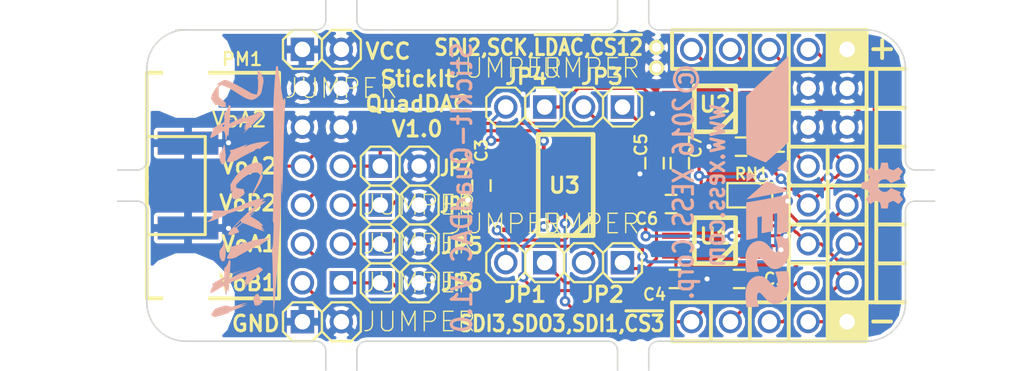
<source format=kicad_pcb>
(kicad_pcb (version 4) (host pcbnew "(2016-05-20 BZR 6816, Git 1e0a72d)-product")
  (title_block (title StickIt-QuadDAC) (date 2016-05-12) (rev 1.0) (company "XESS Corp.") (comment 1 "(c) 2016") (comment 2 OSHW) (comment 3 "CC BY 4.0"))
  (layers (0 F.Cu signal) (31 B.Cu signal) (34 B.Paste user hide) (35 F.Paste user hide) (36 B.SilkS user hide) (37 F.SilkS user) (38 B.Mask user hide) (39 F.Mask user hide) (44 Edge.Cuts user))
  (net 0 "")
  (net 1 GND)
  (net 2 VCC)
  (net 3 "Net-(C4-Pad1)")
  (net 4 "Net-(C5-Pad1)")
  (net 5 "Net-(C6-Pad1)")
  (net 6 "Net-(C7-Pad1)")
  (net 7 "Net-(JP3-Pad2)")
  (net 8 "Net-(JP4-Pad2)")
  (net 9 "Net-(JP7-Pad1)")
  (net 10 "Net-(JP8-Pad1)")
  (net 11 ~CS12)
  (net 12 ~LDAC)
  (net 13 SDI2)
  (net 14 SDI1)
  (net 15 ~CS3)
  (net 16 SDI3)
  (net 17 SCK)
  (net 18 SDO3)
  (net 19 "Net-(JP1-Pad2)")
  (net 20 "Net-(JP2-Pad2)")
  (net 21 "Net-(JP5-Pad1)")
  (net 22 "Net-(JP6-Pad1)")
  (net 23 /VoutB2)
  (net 24 /VoutB1)
  (net 25 /VoutA2)
  (net 26 /VoutA1)
  (module XESS:stitch-1.0 (layer F.Cu) (at 33.274 2.4765)
    (fp_text reference REF** hide)
    (fp_text value stitch-1.0 hide)
    (pad 1 thru_hole circle (at 0 0) (size 1 1) (drill 0.6) (layers *.Cu *.Mask F.SilkS) (net 2 VCC))
  )
  (module XESS:StickIt_Mounting_Hole (layer F.Cu) (at 2.54 17.78 180)
    (fp_text reference "" hide)
    (fp_text value "" hide)
    (pad "" np_thru_hole circle (at 0 0 180) (size 3 3) (drill 3) (layers *.Cu) (clearance 1.7))
  )
  (module XESS:StickIt_Mounting_Hole (layer F.Cu) (at 2.54 2.54 180)
    (fp_text reference "" hide)
    (fp_text value "" hide)
    (pad "" np_thru_hole circle (at 0 0 180) (size 3 3) (drill 3) (layers *.Cu) (clearance 1.7))
  )
  (module XESS:HDR_1x2 (layer F.Cu) (at 11.43 19.05)
    (fp_text reference JP9 hide)
    (fp_text value JUMPER hide)
    (pad 1 thru_hole rect (at -1.27 0) (size 1.524 1.524) (drill 1.016) (layers *.Cu *.Mask) (net 1 GND))
    (pad 2 thru_hole circle (at 1.27 0) (size 1.524 1.524) (drill 1.016) (layers *.Cu *.Mask) (net 1 GND))
  )
  (module "XESS Logos:oshw_logo_3mm" (layer B.Cu) (at 48.006 10.16 270)
    (fp_text reference A hide)
    (fp_text value B hide)
  )
  (module "XESS Logos:stickit_logo_16mm" (layer B.Cu) (at 6.477 10.541 270)
    (fp_text reference "" hide)
    (fp_text value "" hide)
  )
  (module "XESS Logos:xess_logo_16mm" (layer B.Cu) (at 40.513 9.906 270)
    (fp_text reference "" hide)
    (fp_text value "" hide)
  )
  (module XESS:STICKIT2_HDR (layer F.Cu) (at 44.45 10.16 180)
    (fp_text reference STK1 hide)
    (fp_text value STICKIT2_HDR hide)
    (pad D7 thru_hole circle (at 6.35 8.89 270) (size 1.4986 1.4986) (drill 1.016) (layers *.Cu *.Mask) (net 17 SCK))
    (pad D1 thru_hole circle (at 6.35 -8.89 270) (size 1.4986 1.4986) (drill 1.016) (layers *.Cu *.Mask) (net 18 SDO3))
    (pad D0 thru_hole circle (at 8.89 -8.89 180) (size 1.4986 1.4986) (drill 1.016) (layers *.Cu *.Mask) (net 16 SDI3))
    (pad D3 thru_hole circle (at 1.27 -8.89 270) (size 1.4986 1.4986) (drill 1.016) (layers *.Cu *.Mask) (net 15 ~CS3))
    (pad D2 thru_hole circle (at 3.81 -8.89 270) (size 1.4986 1.4986) (drill 1.016) (layers *.Cu *.Mask) (net 14 SDI1))
    (pad D5 thru_hole circle (at 1.27 8.89 270) (size 1.4986 1.4986) (drill 1.016) (layers *.Cu *.Mask) (net 11 ~CS12))
    (pad D6 thru_hole circle (at 8.89 8.89 270) (size 1.4986 1.4986) (drill 1.016) (layers *.Cu *.Mask) (net 13 SDI2))
    (pad D4 thru_hole circle (at 3.81 8.89 270) (size 1.4986 1.4986) (drill 1.016) (layers *.Cu *.Mask) (net 12 ~LDAC))
    (pad VCC thru_hole circle (at -1.27 8.89 270) (size 1.4986 1.4986) (drill 1.016) (layers *.Cu *.Mask) (net 2 VCC))
    (pad GND thru_hole circle (at -1.27 -8.89 270) (size 1.4986 1.4986) (drill 1.016) (layers *.Cu *.Mask) (net 1 GND))
    (pad D7 thru_hole circle (at -1.27 1.27 270) (size 1.4986 1.4986) (drill 1.016) (layers *.Cu *.Mask) (net 17 SCK))
    (pad D2 thru_hole circle (at 1.27 -3.81 270) (size 1.4986 1.4986) (drill 1.016) (layers *.Cu *.Mask) (net 14 SDI1))
    (pad D6 thru_hole circle (at 1.27 1.27 270) (size 1.4986 1.4986) (drill 1.016) (layers *.Cu *.Mask) (net 13 SDI2))
    (pad VCC thru_hole circle (at 1.27 6.35 270) (size 1.4986 1.4986) (drill 1.016) (layers *.Cu *.Mask) (net 2 VCC))
    (pad D3 thru_hole circle (at -1.27 -3.81 270) (size 1.4986 1.4986) (drill 1.016) (layers *.Cu *.Mask) (net 15 ~CS3))
    (pad VCC thru_hole circle (at -1.27 6.35 270) (size 1.4986 1.4986) (drill 1.016) (layers *.Cu *.Mask) (net 2 VCC))
    (pad D5 thru_hole circle (at -1.27 -1.27 270) (size 1.4986 1.4986) (drill 1.016) (layers *.Cu *.Mask) (net 11 ~CS12))
    (pad D0 thru_hole circle (at 1.27 -6.35 180) (size 1.4986 1.4986) (drill 1.016) (layers *.Cu *.Mask) (net 16 SDI3))
    (pad D4 thru_hole circle (at 1.27 -1.27 270) (size 1.4986 1.4986) (drill 1.016) (layers *.Cu *.Mask) (net 12 ~LDAC))
    (pad GND thru_hole circle (at 1.27 3.81 270) (size 1.4986 1.4986) (drill 1.016) (layers *.Cu *.Mask) (net 1 GND))
    (pad D1 thru_hole circle (at -1.27 -6.35 270) (size 1.4986 1.4986) (drill 1.016) (layers *.Cu *.Mask) (net 18 SDO3))
    (pad GND thru_hole circle (at -1.27 3.81 270) (size 1.4986 1.4986) (drill 1.016) (layers *.Cu *.Mask) (net 1 GND))
  )
  (module XESS:HDR_1x2 (layer F.Cu) (at 11.43 1.27)
    (fp_text reference JP10 hide)
    (fp_text value JUMPER (at 1.27 2.54) (layer F.SilkS) (effects (font (size 1.27 1.27) (thickness 0.0889))))
    (pad 1 thru_hole rect (at -1.27 0) (size 1.524 1.524) (drill 1.016) (layers *.Cu *.Mask) (net 2 VCC))
    (pad 2 thru_hole circle (at 1.27 0) (size 1.524 1.524) (drill 1.016) (layers *.Cu *.Mask) (net 2 VCC))
  )
  (module XESS:Array_Tab_2hole (layer F.Cu) (at 49.53 10.16 270)
    (fp_text reference Ref** hide)
    (fp_text value Val** hide)
    (fp_line (start -3.175 0) (end -1.651 0) (layer Edge.Cuts) (width 0.1))
    (fp_line (start 1.651 0) (end 3.175 0) (layer Edge.Cuts) (width 0.1))
    (fp_line (start -1.016 -0.635) (end -1.016 -1.905) (layer Edge.Cuts) (width 0.1))
    (fp_line (start 1.016 -0.635) (end 1.016 -1.905) (layer Edge.Cuts) (width 0.1))
    (fp_arc (start 1.651 -0.635) (end 1.651 0) (angle 90) (layer Edge.Cuts) (width 0.1))
    (fp_arc (start -1.651 -0.635) (end -1.016 -0.635) (angle 90) (layer Edge.Cuts) (width 0.1))
    (pad "" np_thru_hole circle (at -0.508 -0.381 270) (size 0.508 0.508) (drill 0.508) (layers *.Cu *.Mask F.SilkS) (clearance 0.254))
    (pad "" np_thru_hole circle (at 0.508 -0.381 270) (size 0.508 0.508) (drill 0.508) (layers *.Cu *.Mask F.SilkS) (clearance 0.254))
  )
  (module XESS:Array_Tab_2hole (layer F.Cu) (at 0 10.16 90)
    (fp_text reference Ref** hide)
    (fp_text value Val** hide)
    (fp_line (start -3.175 0) (end -1.651 0) (layer Edge.Cuts) (width 0.1))
    (fp_line (start 1.651 0) (end 3.175 0) (layer Edge.Cuts) (width 0.1))
    (fp_line (start -1.016 -0.635) (end -1.016 -1.905) (layer Edge.Cuts) (width 0.1))
    (fp_line (start 1.016 -0.635) (end 1.016 -1.905) (layer Edge.Cuts) (width 0.1))
    (fp_arc (start 1.651 -0.635) (end 1.651 0) (angle 90) (layer Edge.Cuts) (width 0.1))
    (fp_arc (start -1.651 -0.635) (end -1.016 -0.635) (angle 90) (layer Edge.Cuts) (width 0.1))
    (pad "" np_thru_hole circle (at -0.508 -0.381 90) (size 0.508 0.508) (drill 0.508) (layers *.Cu *.Mask F.SilkS) (clearance 0.254))
    (pad "" np_thru_hole circle (at 0.508 -0.381 90) (size 0.508 0.508) (drill 0.508) (layers *.Cu *.Mask F.SilkS) (clearance 0.254))
  )
  (module XESS:Array_Tab_2hole (layer F.Cu) (at 31.75 20.32 180)
    (fp_text reference Ref** hide)
    (fp_text value Val** hide)
    (fp_line (start -3.175 0) (end -1.651 0) (layer Edge.Cuts) (width 0.1))
    (fp_line (start 1.651 0) (end 3.175 0) (layer Edge.Cuts) (width 0.1))
    (fp_line (start -1.016 -0.635) (end -1.016 -1.905) (layer Edge.Cuts) (width 0.1))
    (fp_line (start 1.016 -0.635) (end 1.016 -1.905) (layer Edge.Cuts) (width 0.1))
    (fp_arc (start 1.651 -0.635) (end 1.651 0) (angle 90) (layer Edge.Cuts) (width 0.1))
    (fp_arc (start -1.651 -0.635) (end -1.016 -0.635) (angle 90) (layer Edge.Cuts) (width 0.1))
    (pad "" np_thru_hole circle (at -0.508 -0.381 180) (size 0.508 0.508) (drill 0.508) (layers *.Cu *.Mask F.SilkS) (clearance 0.254))
    (pad "" np_thru_hole circle (at 0.508 -0.381 180) (size 0.508 0.508) (drill 0.508) (layers *.Cu *.Mask F.SilkS) (clearance 0.254))
  )
  (module XESS:Array_Tab_2hole (layer F.Cu) (at 12.7 20.32 180)
    (fp_text reference Ref** hide)
    (fp_text value Val** hide)
    (fp_line (start -3.175 0) (end -1.651 0) (layer Edge.Cuts) (width 0.1))
    (fp_line (start 1.651 0) (end 3.175 0) (layer Edge.Cuts) (width 0.1))
    (fp_line (start -1.016 -0.635) (end -1.016 -1.905) (layer Edge.Cuts) (width 0.1))
    (fp_line (start 1.016 -0.635) (end 1.016 -1.905) (layer Edge.Cuts) (width 0.1))
    (fp_arc (start 1.651 -0.635) (end 1.651 0) (angle 90) (layer Edge.Cuts) (width 0.1))
    (fp_arc (start -1.651 -0.635) (end -1.016 -0.635) (angle 90) (layer Edge.Cuts) (width 0.1))
    (pad "" np_thru_hole circle (at -0.508 -0.381 180) (size 0.508 0.508) (drill 0.508) (layers *.Cu *.Mask F.SilkS) (clearance 0.254))
    (pad "" np_thru_hole circle (at 0.508 -0.381 180) (size 0.508 0.508) (drill 0.508) (layers *.Cu *.Mask F.SilkS) (clearance 0.254))
  )
  (module XESS:Array_Tab_2hole (layer F.Cu) (at 31.75 0)
    (fp_text reference Ref** hide)
    (fp_text value Val** hide)
    (fp_line (start -3.175 0) (end -1.651 0) (layer Edge.Cuts) (width 0.1))
    (fp_line (start 1.651 0) (end 3.175 0) (layer Edge.Cuts) (width 0.1))
    (fp_line (start -1.016 -0.635) (end -1.016 -1.905) (layer Edge.Cuts) (width 0.1))
    (fp_line (start 1.016 -0.635) (end 1.016 -1.905) (layer Edge.Cuts) (width 0.1))
    (fp_arc (start 1.651 -0.635) (end 1.651 0) (angle 90) (layer Edge.Cuts) (width 0.1))
    (fp_arc (start -1.651 -0.635) (end -1.016 -0.635) (angle 90) (layer Edge.Cuts) (width 0.1))
    (pad "" np_thru_hole circle (at -0.508 -0.381) (size 0.508 0.508) (drill 0.508) (layers *.Cu *.Mask F.SilkS) (clearance 0.254))
    (pad "" np_thru_hole circle (at 0.508 -0.381) (size 0.508 0.508) (drill 0.508) (layers *.Cu *.Mask F.SilkS) (clearance 0.254))
  )
  (module XESS:Array_Tab_2hole (layer F.Cu) (at 12.7 0)
    (fp_text reference Ref** hide)
    (fp_text value Val** hide)
    (fp_line (start -3.175 0) (end -1.651 0) (layer Edge.Cuts) (width 0.1))
    (fp_line (start 1.651 0) (end 3.175 0) (layer Edge.Cuts) (width 0.1))
    (fp_line (start -1.016 -0.635) (end -1.016 -1.905) (layer Edge.Cuts) (width 0.1))
    (fp_line (start 1.016 -0.635) (end 1.016 -1.905) (layer Edge.Cuts) (width 0.1))
    (fp_arc (start 1.651 -0.635) (end 1.651 0) (angle 90) (layer Edge.Cuts) (width 0.1))
    (fp_arc (start -1.651 -0.635) (end -1.016 -0.635) (angle 90) (layer Edge.Cuts) (width 0.1))
    (pad "" np_thru_hole circle (at -0.508 -0.381) (size 0.508 0.508) (drill 0.508) (layers *.Cu *.Mask F.SilkS) (clearance 0.254))
    (pad "" np_thru_hole circle (at 0.508 -0.381) (size 0.508 0.508) (drill 0.508) (layers *.Cu *.Mask F.SilkS) (clearance 0.254))
  )
  (module Capacitors_SMD:C_0603_HandSoldering (layer F.Cu) (at 38.674 16.256 180)
    (fp_text reference C1 (at -2.347 0 180) (layer F.SilkS) (effects (font (size 0.762 0.762))))
    (fp_text value C)
    (pad 1 smd rect (at -0.95 0 180) (size 1.2 0.75) (layers F.Cu F.Paste F.Mask) (net 2 VCC))
    (pad 2 smd rect (at 0.95 0 180) (size 1.2 0.75) (layers F.Cu F.Paste F.Mask) (net 1 GND))
  )
  (module Capacitors_SMD:C_0603_HandSoldering (layer F.Cu) (at 38.796 7.62 180)
    (fp_text reference C2 (at -2.225 0 180) (layer F.SilkS) (effects (font (size 0.7366 0.7366))))
    (fp_text value C)
    (pad 1 smd rect (at -0.95 0 180) (size 1.2 0.75) (layers F.Cu F.Paste F.Mask) (net 2 VCC))
    (pad 2 smd rect (at 0.95 0 180) (size 1.2 0.75) (layers F.Cu F.Paste F.Mask) (net 1 GND))
  )
  (module Capacitors_SMD:C_0603_HandSoldering (layer F.Cu) (at 21.844 10.16 270)
    (fp_text reference C3 (at -2.286 0 270) (layer F.SilkS) (effects (font (size 0.762 0.762))))
    (fp_text value C)
    (pad 1 smd rect (at -0.95 0 270) (size 1.2 0.75) (layers F.Cu F.Paste F.Mask) (net 2 VCC))
    (pad 2 smd rect (at 0.95 0 270) (size 1.2 0.75) (layers F.Cu F.Paste F.Mask) (net 1 GND))
  )
  (module Capacitors_SMD:C_0603_HandSoldering (layer F.Cu) (at 34.4805 16.256)
    (fp_text reference C4 (at -1.3335 1.016) (layer F.SilkS) (effects (font (size 0.762 0.762))))
    (fp_text value C)
    (pad 1 smd rect (at -0.95 0) (size 1.2 0.75) (layers F.Cu F.Paste F.Mask) (net 3 "Net-(C4-Pad1)"))
    (pad 2 smd rect (at 0.95 0) (size 1.2 0.75) (layers F.Cu F.Paste F.Mask) (net 1 GND))
  )
  (module Capacitors_SMD:C_0603_HandSoldering (layer F.Cu) (at 33.147 8.6995 270)
    (fp_text reference C5 (at -1.2065 0.889 270) (layer F.SilkS) (effects (font (size 0.762 0.762))))
    (fp_text value C)
    (pad 1 smd rect (at -0.95 0 270) (size 1.2 0.75) (layers F.Cu F.Paste F.Mask) (net 4 "Net-(C5-Pad1)"))
    (pad 2 smd rect (at 0.95 0 270) (size 1.2 0.75) (layers F.Cu F.Paste F.Mask) (net 1 GND))
  )
  (module Capacitors_SMD:C_0603_HandSoldering (layer F.Cu) (at 34.2265 11.3665)
    (fp_text reference C6 (at -1.5875 0.9525) (layer F.SilkS) (effects (font (size 0.762 0.762))))
    (fp_text value C)
    (pad 1 smd rect (at -0.95 0) (size 1.2 0.75) (layers F.Cu F.Paste F.Mask) (net 5 "Net-(C6-Pad1)"))
    (pad 2 smd rect (at 0.95 0) (size 1.2 0.75) (layers F.Cu F.Paste F.Mask) (net 1 GND))
  )
  (module Capacitors_SMD:C_0603_HandSoldering (layer F.Cu) (at 34.798 8.697 270)
    (fp_text reference C7 (at -1.077 -1.016 270) (layer F.SilkS) (effects (font (size 0.762 0.762))))
    (fp_text value C)
    (pad 1 smd rect (at -0.95 0 270) (size 1.2 0.75) (layers F.Cu F.Paste F.Mask) (net 6 "Net-(C7-Pad1)"))
    (pad 2 smd rect (at 0.95 0 270) (size 1.2 0.75) (layers F.Cu F.Paste F.Mask) (net 1 GND))
  )
  (module XESS:HDR_1x2 (layer F.Cu) (at 24.703524 15.193366 180)
    (fp_text reference JP1 (at 0 -2.078634 180) (layer F.SilkS) (effects (font (thickness 0.203))))
    (fp_text value JUMPER (at 1.27 2.54 180) (layer F.SilkS) (effects (font (size 1.27 1.27) (thickness 0.0889))))
    (pad 1 thru_hole rect (at -1.27 0 180) (size 1.524 1.524) (drill 1.016) (layers *.Cu *.Mask) (net 3 "Net-(C4-Pad1)"))
    (pad 2 thru_hole circle (at 1.27 0 180) (size 1.524 1.524) (drill 1.016) (layers *.Cu *.Mask) (net 19 "Net-(JP1-Pad2)"))
  )
  (module XESS:HDR_1x2 (layer F.Cu) (at 29.783524 15.193366 180)
    (fp_text reference JP2 (at 0 -2.078634 180) (layer F.SilkS) (effects (font (thickness 0.203))))
    (fp_text value JUMPER (at 1.27 2.54 180) (layer F.SilkS) (effects (font (size 1.27 1.27) (thickness 0.0889))))
    (pad 1 thru_hole rect (at -1.27 0 180) (size 1.524 1.524) (drill 1.016) (layers *.Cu *.Mask) (net 5 "Net-(C6-Pad1)"))
    (pad 2 thru_hole circle (at 1.27 0 180) (size 1.524 1.524) (drill 1.016) (layers *.Cu *.Mask) (net 20 "Net-(JP2-Pad2)"))
  )
  (module XESS:HDR_1x2 (layer F.Cu) (at 29.783524 5.033366 180)
    (fp_text reference JP3 (at 0.065524 1.985366 180) (layer F.SilkS) (effects (font (thickness 0.203))))
    (fp_text value JUMPER (at 1.27 2.54 180) (layer F.SilkS) (effects (font (size 1.27 1.27) (thickness 0.0889))))
    (pad 1 thru_hole rect (at -1.27 0 180) (size 1.524 1.524) (drill 1.016) (layers *.Cu *.Mask) (net 4 "Net-(C5-Pad1)"))
    (pad 2 thru_hole circle (at 1.27 0 180) (size 1.524 1.524) (drill 1.016) (layers *.Cu *.Mask) (net 7 "Net-(JP3-Pad2)"))
  )
  (module XESS:HDR_1x2 (layer F.Cu) (at 24.703524 5.033366 180)
    (fp_text reference JP4 (at -0.061476 1.985366 180) (layer F.SilkS) (effects (font (thickness 0.203))))
    (fp_text value JUMPER (at 1.27 2.54 180) (layer F.SilkS) (effects (font (size 1.27 1.27) (thickness 0.0889))))
    (pad 1 thru_hole rect (at -1.27 0 180) (size 1.524 1.524) (drill 1.016) (layers *.Cu *.Mask) (net 6 "Net-(C7-Pad1)"))
    (pad 2 thru_hole circle (at 1.27 0 180) (size 1.524 1.524) (drill 1.016) (layers *.Cu *.Mask) (net 8 "Net-(JP4-Pad2)"))
  )
  (module XESS:HDR_1x2 (layer F.Cu) (at 16.51 13.97)
    (fp_text reference JP5 (at 4.064 0.127) (layer F.SilkS) (effects (font (thickness 0.203))))
    (fp_text value JUMPER (at 1.27 2.54) (layer F.SilkS) (effects (font (size 1.27 1.27) (thickness 0.0889))))
    (pad 1 thru_hole rect (at -1.27 0) (size 1.524 1.524) (drill 1.016) (layers *.Cu *.Mask) (net 21 "Net-(JP5-Pad1)"))
    (pad 2 thru_hole circle (at 1.27 0) (size 1.524 1.524) (drill 1.016) (layers *.Cu *.Mask) (net 1 GND))
  )
  (module XESS:HDR_1x2 (layer F.Cu) (at 16.51 16.51)
    (fp_text reference JP6 (at 4.064 0) (layer F.SilkS) (effects (font (thickness 0.203))))
    (fp_text value JUMPER (at 1.27 2.54) (layer F.SilkS) (effects (font (size 1.27 1.27) (thickness 0.0889))))
    (pad 1 thru_hole rect (at -1.27 0) (size 1.524 1.524) (drill 1.016) (layers *.Cu *.Mask) (net 22 "Net-(JP6-Pad1)"))
    (pad 2 thru_hole circle (at 1.27 0) (size 1.524 1.524) (drill 1.016) (layers *.Cu *.Mask) (net 1 GND))
  )
  (module XESS:HDR_1x2 (layer F.Cu) (at 16.51 8.89)
    (fp_text reference JP7 (at 3.683 0.127) (layer F.SilkS) (effects (font (size 1 0.762) (thickness 0.1905))))
    (fp_text value JUMPER (at 1.27 2.54) (layer F.SilkS) (effects (font (size 1.27 1.27) (thickness 0.0889))))
    (pad 1 thru_hole rect (at -1.27 0) (size 1.524 1.524) (drill 1.016) (layers *.Cu *.Mask) (net 9 "Net-(JP7-Pad1)"))
    (pad 2 thru_hole circle (at 1.27 0) (size 1.524 1.524) (drill 1.016) (layers *.Cu *.Mask) (net 1 GND))
  )
  (module XESS:HDR_1x2 (layer F.Cu) (at 16.51 11.43)
    (fp_text reference JP8 (at 3.683 0) (layer F.SilkS) (effects (font (size 0.9906 0.762) (thickness 0.1905))))
    (fp_text value JUMPER (at 1.27 2.54) (layer F.SilkS) (effects (font (size 1.27 1.27) (thickness 0.0889))))
    (pad 1 thru_hole rect (at -1.27 0) (size 1.524 1.524) (drill 1.016) (layers *.Cu *.Mask) (net 10 "Net-(JP8-Pad1)"))
    (pad 2 thru_hole circle (at 1.27 0) (size 1.524 1.524) (drill 1.016) (layers *.Cu *.Mask) (net 1 GND))
  )
  (module XESS:xess-MICROCHIP-8_MSOP (layer F.Cu) (at 39.14394 14.732 180)
    (fp_text reference U1 (at 2.04216 1.27 180) (layer F.SilkS) (effects (font (thickness 0.203))))
    (fp_text value MCP48X2 hide)
    (pad 1 smd rect (at -0.49784 0 180) (size 1.79832 0.39878) (layers F.Cu F.Paste F.Mask) (net 2 VCC))
    (pad 2 smd rect (at -0.49784 0.6477 180) (size 1.79832 0.39878) (layers F.Cu F.Paste F.Mask) (net 11 ~CS12))
    (pad 3 smd rect (at -0.49784 1.29794 180) (size 1.79832 0.39878) (layers F.Cu F.Paste F.Mask) (net 17 SCK))
    (pad 4 smd rect (at -0.49784 1.94818 180) (size 1.79832 0.39878) (layers F.Cu F.Paste F.Mask) (net 14 SDI1))
    (pad 5 smd rect (at 4.59994 1.94818 180) (size 1.79832 0.39878) (layers F.Cu F.Paste F.Mask) (net 12 ~LDAC))
    (pad 6 smd rect (at 4.59994 1.29794 180) (size 1.79832 0.39878) (layers F.Cu F.Paste F.Mask) (net 5 "Net-(C6-Pad1)"))
    (pad 7 smd rect (at 4.59994 0.6477 180) (size 1.79832 0.39878) (layers F.Cu F.Paste F.Mask) (net 1 GND))
    (pad 8 smd rect (at 4.59994 0 180) (size 1.79832 0.39878) (layers F.Cu F.Paste F.Mask) (net 3 "Net-(C4-Pad1)"))
  )
  (module XESS:CTS_742C043 (layer F.Cu) (at 39.37 10.795 270)
    (fp_text reference RN1 (at -1.397 -0.127) (layer F.SilkS) (effects (font (size 0.7366 0.7366) (thickness 0.1524))))
    (fp_text value 4K7 hide)
    (pad 1 smd rect (at -0.4 0.85 270) (size 0.45 0.9) (layers F.Cu F.Paste F.Mask) (net 2 VCC))
    (pad 2 smd rect (at 0.4 0.85 270) (size 0.45 0.9) (layers F.Cu F.Paste F.Mask) (net 2 VCC))
    (pad 3 smd rect (at 0.4 -0.85 270) (size 0.45 0.9) (layers F.Cu F.Paste F.Mask) (net 11 ~CS12))
    (pad 4 smd rect (at -0.4 -0.85 270) (size 0.45 0.9) (layers F.Cu F.Paste F.Mask) (net 12 ~LDAC))
  )
  (module XESS:stitch-1.0 (layer F.Cu) (at 33.274 1.143)
    (fp_text reference REF** hide)
    (fp_text value stitch-1.0 hide)
    (pad 1 thru_hole circle (at 0 0) (size 1 1) (drill 0.6) (layers *.Cu *.Mask F.SilkS) (net 2 VCC))
  )
  (module XESS:xess-MICROCHIP-8_MSOP (layer F.Cu) (at 39.14394 6.12394 180)
    (fp_text reference U2 (at 2.04216 1.27 180) (layer F.SilkS) (effects (font (thickness 0.203))))
    (fp_text value MCP48X2 hide)
    (pad 1 smd rect (at -0.49784 0 180) (size 1.79832 0.39878) (layers F.Cu F.Paste F.Mask) (net 2 VCC))
    (pad 2 smd rect (at -0.49784 0.6477 180) (size 1.79832 0.39878) (layers F.Cu F.Paste F.Mask) (net 11 ~CS12))
    (pad 3 smd rect (at -0.49784 1.29794 180) (size 1.79832 0.39878) (layers F.Cu F.Paste F.Mask) (net 17 SCK))
    (pad 4 smd rect (at -0.49784 1.94818 180) (size 1.79832 0.39878) (layers F.Cu F.Paste F.Mask) (net 13 SDI2))
    (pad 5 smd rect (at 4.59994 1.94818 180) (size 1.79832 0.39878) (layers F.Cu F.Paste F.Mask) (net 12 ~LDAC))
    (pad 6 smd rect (at 4.59994 1.29794 180) (size 1.79832 0.39878) (layers F.Cu F.Paste F.Mask) (net 6 "Net-(C7-Pad1)"))
    (pad 7 smd rect (at 4.59994 0.6477 180) (size 1.79832 0.39878) (layers F.Cu F.Paste F.Mask) (net 1 GND))
    (pad 8 smd rect (at 4.59994 0 180) (size 1.79832 0.39878) (layers F.Cu F.Paste F.Mask) (net 4 "Net-(C5-Pad1)"))
  )
  (module XESS:xess-MICROCHIP-20_TSSOP (layer F.Cu) (at 30.169604 13.047066 180)
    (fp_text reference U3 (at 2.9 2.9) (layer F.SilkS) (effects (font (thickness 0.203))))
    (fp_text value MCP43X1 hide)
    (pad 1 smd rect (at -0.32258 0 180) (size 2.09804 0.29972) (layers F.Cu F.Paste F.Mask) (net 20 "Net-(JP2-Pad2)"))
    (pad 2 smd rect (at -0.32258 0.6477 180) (size 2.09804 0.29972) (layers F.Cu F.Paste F.Mask) (net 24 /VoutB1))
    (pad 3 smd rect (at -0.32258 1.29794 180) (size 2.09804 0.29972) (layers F.Cu F.Paste F.Mask) (net 22 "Net-(JP6-Pad1)"))
    (pad 4 smd rect (at -0.32258 1.94818 180) (size 2.09804 0.29972) (layers F.Cu F.Paste F.Mask) (net 15 ~CS3))
    (pad 5 smd rect (at -0.32258 2.59842 180) (size 2.09804 0.29972) (layers F.Cu F.Paste F.Mask) (net 17 SCK))
    (pad 6 smd rect (at -0.32258 3.24866 180) (size 2.09804 0.29972) (layers F.Cu F.Paste F.Mask) (net 16 SDI3))
    (pad 7 smd rect (at -0.32258 3.8989 180) (size 2.09804 0.29972) (layers F.Cu F.Paste F.Mask) (net 1 GND))
    (pad 8 smd rect (at -0.32258 4.54914 180) (size 2.09804 0.29972) (layers F.Cu F.Paste F.Mask) (net 9 "Net-(JP7-Pad1)"))
    (pad 9 smd rect (at -0.32258 5.19938 180) (size 2.09804 0.29972) (layers F.Cu F.Paste F.Mask) (net 25 /VoutA2))
    (pad 10 smd rect (at -0.32258 5.84962 180) (size 2.09804 0.29972) (layers F.Cu F.Paste F.Mask) (net 7 "Net-(JP3-Pad2)"))
    (pad 11 smd rect (at 5.97408 5.84962 180) (size 2.09804 0.29972) (layers F.Cu F.Paste F.Mask) (net 8 "Net-(JP4-Pad2)"))
    (pad 12 smd rect (at 5.97408 5.19938 180) (size 2.09804 0.29972) (layers F.Cu F.Paste F.Mask) (net 23 /VoutB2))
    (pad 13 smd rect (at 5.97408 4.54914 180) (size 2.09804 0.29972) (layers F.Cu F.Paste F.Mask) (net 10 "Net-(JP8-Pad1)"))
    (pad 14 smd rect (at 5.97408 3.8989 180) (size 2.09804 0.29972) (layers F.Cu F.Paste F.Mask) (net 2 VCC))
    (pad 15 smd rect (at 5.97408 3.24866 180) (size 2.09804 0.29972) (layers F.Cu F.Paste F.Mask) (net 2 VCC))
    (pad 16 smd rect (at 5.97408 2.59842 180) (size 2.09804 0.29972) (layers F.Cu F.Paste F.Mask) (net 18 SDO3))
    (pad 17 smd rect (at 5.97408 1.94818 180) (size 2.09804 0.29972) (layers F.Cu F.Paste F.Mask) (net 2 VCC))
    (pad 18 smd rect (at 5.97408 1.29794 180) (size 2.09804 0.29972) (layers F.Cu F.Paste F.Mask) (net 21 "Net-(JP5-Pad1)"))
    (pad 19 smd rect (at 5.97408 0.6477 180) (size 2.09804 0.29972) (layers F.Cu F.Paste F.Mask) (net 26 /VoutA1))
    (pad 20 smd rect (at 5.97408 0 180) (size 2.09804 0.29972) (layers F.Cu F.Paste F.Mask) (net 19 "Net-(JP1-Pad2)"))
  )
  (module XESS:PMOD_SCKT-12 (layer F.Cu) (at 11.43 10.16 180)
    (fp_text reference PM1 (at 5.207 8.255 180) (layer F.SilkS) (effects (font (size 0.85 0.85))))
    (fp_text value PMOD_SCKT-12 hide)
    (pad 9 thru_hole circle (at 1.27 -1.27 90) (size 1.524 1.524) (drill 1.016) (layers *.Cu *.Mask) (net 23 /VoutB2))
    (pad 1 thru_hole rect (at -1.27 -6.35 180) (size 1.524 1.524) (drill 1.016) (layers *.Cu *.Mask) (net 22 "Net-(JP6-Pad1)"))
    (pad 3 thru_hole circle (at -1.27 -1.27 90) (size 1.524 1.524) (drill 1.016) (layers *.Cu *.Mask) (net 10 "Net-(JP8-Pad1)"))
    (pad 5 thru_hole circle (at -1.27 3.81 90) (size 1.524 1.524) (drill 1.016) (layers *.Cu *.Mask) (net 1 GND))
    (pad 7 thru_hole circle (at 1.27 -6.35 90) (size 1.524 1.524) (drill 1.016) (layers *.Cu *.Mask) (net 24 /VoutB1))
    (pad 11 thru_hole circle (at 1.27 3.81 90) (size 1.524 1.524) (drill 1.016) (layers *.Cu *.Mask) (net 1 GND))
    (pad 10 thru_hole circle (at 1.27 1.27 90) (size 1.524 1.524) (drill 1.016) (layers *.Cu *.Mask) (net 25 /VoutA2))
    (pad 2 thru_hole circle (at -1.27 -3.81 90) (size 1.524 1.524) (drill 1.016) (layers *.Cu *.Mask) (net 21 "Net-(JP5-Pad1)"))
    (pad 4 thru_hole circle (at -1.27 1.27 90) (size 1.524 1.524) (drill 1.016) (layers *.Cu *.Mask) (net 9 "Net-(JP7-Pad1)"))
    (pad 6 thru_hole circle (at -1.27 6.35 90) (size 1.524 1.524) (drill 1.016) (layers *.Cu *.Mask) (net 2 VCC))
    (pad 8 thru_hole circle (at 1.27 -3.81 90) (size 1.524 1.524) (drill 1.016) (layers *.Cu *.Mask) (net 26 /VoutA1))
    (pad 12 thru_hole circle (at 1.27 6.35 90) (size 1.524 1.524) (drill 1.016) (layers *.Cu *.Mask) (net 2 VCC))
  )
  (module XESS:SMA_EDGE_AMP_132322 (layer F.Cu) (at 0.015 10.16 90)
    (fp_text reference VoA2 (at 4.318 6.0175 180) (layer F.SilkS))
    (fp_text value COAX_CONN)
    (pad CNTR smd rect (at 0 2.525 90) (size 1.5 4.25) (layers F.Cu F.Paste F.Mask) (net 25 /VoutA2))
    (pad SHLD smd rect (at 2.77 2.675 90) (size 1.5 3.95) (layers B.Cu B.Paste B.Mask) (net 1 GND))
    (pad SHLD smd rect (at 2.77 2.675 90) (size 1.5 3.95) (layers F.Cu F.Paste F.Mask) (net 1 GND))
    (pad SHLD smd rect (at -2.77 2.675 90) (size 1.5 3.95) (layers F.Cu F.Paste F.Mask) (net 1 GND))
    (pad SHLD smd rect (at -2.77 2.675 90) (size 1.5 3.95) (layers B.Cu B.Paste B.Mask) (net 1 GND))
  )
  (gr_text VoB1 (at 6.604 16.51) (layer F.SilkS) (effects (font (size 1 1) (thickness 0.203))))
  (gr_text VoA1 (at 6.6675 13.97) (layer F.SilkS) (effects (font (size 1 1) (thickness 0.203))))
  (gr_text VoB2 (at 6.604 11.303) (layer F.SilkS) (effects (font (size 1 1) (thickness 0.203))))
  (gr_text VoA2 (at 6.6675 8.89) (layer F.SilkS) (effects (font (size 1 1) (thickness 0.2))))
  (gr_text "c 2016 XESS Corp.\nwww.xess.com" (at 36.068 10.16 90) (layer B.SilkS) (effects (font (size 1.27 1.016) (thickness 0.2032)) (justify mirror)))
  (gr_text VCC (at 15.748 1.397) (layer F.SilkS) (effects (font (size 1.016 1.016) (thickness 0.2032))))
  (gr_line (start 0 6.985) (end 0 2.54) (angle 90) (layer Edge.Cuts) (width 0.1))
  (gr_line (start 9.525 20.32) (end 2.54 20.32) (angle 90) (layer Edge.Cuts) (width 0.1))
  (gr_line (start 28.575 20.32) (end 15.875 20.32) (angle 90) (layer Edge.Cuts) (width 0.1))
  (gr_line (start 49.53 13.335) (end 49.53 17.78) (angle 90) (layer Edge.Cuts) (width 0.1))
  (gr_line (start 34.925 0) (end 46.99 0) (angle 90) (layer Edge.Cuts) (width 0.1))
  (gr_line (start 15.875 0) (end 28.575 0) (angle 90) (layer Edge.Cuts) (width 0.1))
  (gr_line (start 41.91 15.24) (end 46.99 15.24) (angle 90) (layer F.SilkS) (width 0.254))
  (gr_line (start 41.91 12.7) (end 46.99 12.7) (angle 90) (layer F.SilkS) (width 0.254))
  (gr_line (start 41.91 10.16) (end 46.99 10.16) (angle 90) (layer F.SilkS) (width 0.254))
  (gr_line (start 41.91 7.62) (end 46.99 7.62) (angle 90) (layer F.SilkS) (width 0.254))
  (gr_line (start 41.91 5.08) (end 46.99 5.08) (angle 90) (layer F.SilkS) (width 0.254))
  (gr_line (start 46.99 2.54) (end 46.99 17.78) (angle 90) (layer F.SilkS) (width 0.254))
  (gr_line (start 44.45 0) (end 44.45 2.54) (angle 90) (layer F.SilkS) (width 0.254))
  (gr_line (start 41.91 0) (end 41.91 2.54) (angle 90) (layer F.SilkS) (width 0.254))
  (gr_line (start 39.37 0) (end 39.37 2.54) (angle 90) (layer F.SilkS) (width 0.254))
  (gr_line (start 36.83 0) (end 36.83 2.54) (angle 90) (layer F.SilkS) (width 0.254))
  (gr_line (start 44.45 17.78) (end 44.45 20.32) (angle 90) (layer F.SilkS) (width 0.254))
  (gr_line (start 41.91 17.78) (end 41.91 20.32) (angle 90) (layer F.SilkS) (width 0.254))
  (gr_line (start 39.37 17.78) (end 39.37 20.32) (angle 90) (layer F.SilkS) (width 0.254))
  (gr_line (start 36.83 17.78) (end 36.83 20.32) (angle 90) (layer F.SilkS) (width 0.254))
  (gr_line (start 44.45 7.62) (end 44.45 17.78) (angle 90) (layer F.SilkS) (width 0.254))
  (gr_text SDI3,SDO3,SDI1,~CS3~ (at 33.909 19.177) (layer F.SilkS) (effects (font (size 1.016 0.889) (thickness 0.2032)) (justify right)))
  (gr_text SDI2,SCK,~LDAC~,~CS12~ (at 32.512 1.143) (layer F.SilkS) (effects (font (size 1.016 0.889) (thickness 0.2032)) (justify right)))
  (gr_text - (at 48.006 18.923) (layer F.SilkS) (effects (font (thickness 0.254))))
  (gr_text + (at 48.006 1.143) (layer F.SilkS) (effects (font (thickness 0.254))))
  (gr_text GND (at 7.112 19.177) (layer F.SilkS) (effects (font (size 1.016 1.016) (thickness 0.2032))))
  (gr_text "StickIt-QuadDAC V1.0" (at 20.574 10.287 90) (layer B.SilkS) (effects (font (size 1.27 1.143) (thickness 0.2032)) (justify mirror)))
  (gr_circle (center 35.2044 3.228767) (end 35.941 3.02768) (layer B.SilkS) (width 0.2))
  (gr_text "StickIt\nQuadDAC\nV1.0" (at 17.653 4.826) (layer F.SilkS) (effects (font (size 1.016 1.016) (thickness 0.2032))))
  (gr_line (start 49.53 2.54) (end 49.53 6.985) (angle 90) (layer Edge.Cuts) (width 0.1))
  (gr_line (start 1.905 0) (end 9.525 0) (angle 90) (layer Edge.Cuts) (width 0.1))
  (gr_line (start 0 17.78) (end 0 12.7) (angle 90) (layer Edge.Cuts) (width 0.1))
  (gr_line (start 46.99 20.32) (end 34.925 20.32) (angle 90) (layer Edge.Cuts) (width 0.1))
  (gr_arc (start 2.54 17.78) (end 2.54 20.32) (angle 90) (layer Edge.Cuts) (width 0.1))
  (gr_arc (start 2.54 2.54) (end 0 2.54) (angle 90) (layer Edge.Cuts) (width 0.1))
  (gr_arc (start 46.99 2.54) (end 46.99 0) (angle 90) (layer Edge.Cuts) (width 0.1))
  (gr_arc (start 46.99 17.78) (end 49.53 17.78) (angle 90) (layer Edge.Cuts) (width 0.1))
  (segment (start 5.334 12.954) (end 2.714 12.954) (width 0.2032) (layer F.Cu) (net 1))
  (segment (start 2.714 12.954) (end 2.69 12.93) (width 0.2032) (layer F.Cu) (net 1))
  (segment (start 2.69 12.93) (end 5.31 12.93) (width 0.2032) (layer B.Cu) (net 1))
  (segment (start 5.31 12.93) (end 5.334 12.954) (width 0.2032) (layer B.Cu) (net 1))
  (via (at 5.334 12.954) (size 0.6858) (drill 0.3302) (layers F.Cu B.Cu) (net 1))
  (segment (start 5.334 7.366) (end 4.849067 7.366) (width 0.2032) (layer B.Cu) (net 1))
  (segment (start 4.849067 7.366) (end 4.825067 7.39) (width 0.2032) (layer B.Cu) (net 1))
  (segment (start 4.825067 7.39) (end 2.69 7.39) (width 0.2032) (layer B.Cu) (net 1))
  (segment (start 2.69 7.39) (end 5.31 7.39) (width 0.2032) (layer F.Cu) (net 1))
  (segment (start 5.31 7.39) (end 5.334 7.366) (width 0.2032) (layer F.Cu) (net 1))
  (via (at 5.334 7.366) (size 0.6858) (drill 0.3302) (layers F.Cu B.Cu) (net 1))
  (segment (start 21.844 11.11) (end 20.9575 11.11) (width 0.2032) (layer F.Cu) (net 1))
  (via (at 20.955 11.1125) (size 0.6858) (drill 0.3302) (layers F.Cu B.Cu) (net 1))
  (segment (start 20.9575 11.11) (end 20.955 11.1125) (width 0.2032) (layer F.Cu) (net 1))
  (segment (start 32.1945 9.398) (end 32.446 9.6495) (width 0.2032) (layer F.Cu) (net 1))
  (segment (start 31.944666 9.148166) (end 32.1945 9.398) (width 0.2032) (layer F.Cu) (net 1))
  (via (at 32.1945 9.398) (size 0.6858) (drill 0.3302) (layers F.Cu B.Cu) (net 1))
  (segment (start 35.91558 14.0843) (end 35.941 14.10972) (width 0.2032) (layer F.Cu) (net 1))
  (segment (start 34.544 14.0843) (end 35.91558 14.0843) (width 0.2032) (layer F.Cu) (net 1))
  (via (at 35.941 14.10972) (size 0.6858) (drill 0.3302) (layers F.Cu B.Cu) (net 1))
  (segment (start 35.1765 11.3665) (end 35.1765 10.0255) (width 0.2032) (layer F.Cu) (net 1))
  (segment (start 35.1765 10.0255) (end 34.798 9.647) (width 0.2032) (layer F.Cu) (net 1))
  (segment (start 35.4305 16.256) (end 36.576 16.256) (width 0.2032) (layer F.Cu) (net 1))
  (segment (start 33.147 9.6495) (end 34.7955 9.6495) (width 0.2032) (layer F.Cu) (net 1))
  (segment (start 34.7955 9.6495) (end 34.798 9.647) (width 0.2032) (layer F.Cu) (net 1))
  (segment (start 32.446 9.6495) (end 33.147 9.6495) (width 0.2032) (layer F.Cu) (net 1))
  (segment (start 30.492184 9.148166) (end 31.944666 9.148166) (width 0.2032) (layer F.Cu) (net 1))
  (segment (start 34.544 5.47624) (end 33.03524 5.47624) (width 0.2032) (layer F.Cu) (net 1))
  (segment (start 33.03524 5.47624) (end 33.02 5.461) (width 0.2032) (layer F.Cu) (net 1))
  (via (at 33.02 5.461) (size 0.6858) (drill 0.3302) (layers F.Cu B.Cu) (net 1))
  (segment (start 37.724 16.256) (end 36.576 16.256) (width 0.2032) (layer F.Cu) (net 1))
  (via (at 36.576 16.256) (size 0.6858) (drill 0.3302) (layers F.Cu B.Cu) (net 1))
  (segment (start 37.846 7.62) (end 36.703 7.62) (width 0.2032) (layer F.Cu) (net 1))
  (via (at 36.703 7.62) (size 0.6858) (drill 0.3302) (layers F.Cu B.Cu) (net 1))
  (segment (start 24.574508 4.675933) (end 24.574508 4.191) (width 0.254) (layer B.Cu) (net 2))
  (segment (start 24.574508 5.905508) (end 24.574508 4.675933) (width 0.254) (layer B.Cu) (net 2))
  (segment (start 25.908 7.239) (end 24.574508 5.905508) (width 0.254) (layer B.Cu) (net 2))
  (via (at 24.574508 4.191) (size 0.6858) (drill 0.3302) (layers F.Cu B.Cu) (net 2))
  (segment (start 24.195524 9.798406) (end 22.892504 9.798406) (width 0.254) (layer F.Cu) (net 2))
  (segment (start 22.892504 9.798406) (end 22.6695 9.575402) (width 0.254) (layer F.Cu) (net 2))
  (segment (start 22.6695 9.575402) (end 22.6695 9.3345) (width 0.254) (layer F.Cu) (net 2))
  (segment (start 24.195524 11.098886) (end 22.892504 11.098886) (width 0.254) (layer F.Cu) (net 2))
  (segment (start 22.892504 11.098886) (end 22.6695 10.875882) (width 0.254) (layer F.Cu) (net 2))
  (segment (start 22.6695 10.875882) (end 22.6695 9.3345) (width 0.254) (layer F.Cu) (net 2))
  (segment (start 22.6695 9.3345) (end 22.855834 9.148166) (width 0.254) (layer F.Cu) (net 2))
  (segment (start 22.794 9.21) (end 22.855834 9.148166) (width 0.254) (layer F.Cu) (net 2))
  (segment (start 22.855834 9.148166) (end 24.195524 9.148166) (width 0.254) (layer F.Cu) (net 2))
  (segment (start 21.844 9.21) (end 22.794 9.21) (width 0.254) (layer F.Cu) (net 2))
  (segment (start 24.195524 9.798406) (end 25.507594 9.798406) (width 0.254) (layer F.Cu) (net 2))
  (segment (start 25.507594 9.798406) (end 25.908 9.398) (width 0.254) (layer F.Cu) (net 2))
  (segment (start 25.908 9.398) (end 25.908 8.578692) (width 0.254) (layer F.Cu) (net 2))
  (segment (start 25.908 8.578692) (end 25.908 7.239) (width 0.254) (layer F.Cu) (net 2))
  (via (at 25.908 7.239) (size 0.6858) (drill 0.3302) (layers F.Cu B.Cu) (net 2))
  (segment (start 39.64178 6.12394) (end 39.64178 7.51578) (width 0.2032) (layer F.Cu) (net 2))
  (segment (start 39.64178 7.51578) (end 39.746 7.62) (width 0.2032) (layer F.Cu) (net 2))
  (segment (start 33.5305 16.256) (end 32.639 16.256) (width 0.2032) (layer F.Cu) (net 3))
  (segment (start 32.639 16.256) (end 32.385 16.51) (width 0.2032) (layer F.Cu) (net 3))
  (segment (start 32.385 16.51) (end 27.305 16.51) (width 0.2032) (layer F.Cu) (net 3))
  (segment (start 27.305 16.51) (end 25.988366 15.193366) (width 0.2032) (layer F.Cu) (net 3))
  (segment (start 25.988366 15.193366) (end 25.973524 15.193366) (width 0.2032) (layer F.Cu) (net 3))
  (segment (start 33.5305 16.256) (end 33.7555 16.256) (width 0.2032) (layer F.Cu) (net 3))
  (segment (start 33.7555 16.256) (end 34.544 15.4675) (width 0.2032) (layer F.Cu) (net 3))
  (segment (start 34.544 15.4675) (end 34.544 15.13459) (width 0.2032) (layer F.Cu) (net 3))
  (segment (start 34.544 15.13459) (end 34.544 14.732) (width 0.2032) (layer F.Cu) (net 3))
  (segment (start 25.969 15.19789) (end 25.973524 15.193366) (width 0.2032) (layer F.Cu) (net 3))
  (segment (start 34.544 6.12394) (end 33.147 6.12394) (width 0.2032) (layer F.Cu) (net 4))
  (segment (start 33.147 6.12394) (end 32.22244 6.12394) (width 0.2032) (layer F.Cu) (net 4))
  (segment (start 33.147 7.7495) (end 33.147 6.12394) (width 0.2032) (layer F.Cu) (net 4))
  (segment (start 32.22244 6.12394) (end 31.131866 5.033366) (width 0.2032) (layer F.Cu) (net 4))
  (segment (start 32.620301 15.576199) (end 31.436357 15.576199) (width 0.2032) (layer F.Cu) (net 5))
  (segment (start 31.436357 15.576199) (end 31.053524 15.193366) (width 0.2032) (layer F.Cu) (net 5))
  (segment (start 33.274 13.43406) (end 33.274 14.9225) (width 0.2032) (layer F.Cu) (net 5))
  (segment (start 33.274 14.9225) (end 32.620301 15.576199) (width 0.2032) (layer F.Cu) (net 5))
  (segment (start 34.544 13.43406) (end 33.274 13.43406) (width 0.2032) (layer F.Cu) (net 5))
  (segment (start 33.2765 11.3665) (end 33.2765 11.9447) (width 0.2032) (layer F.Cu) (net 5))
  (segment (start 33.2765 11.9447) (end 33.274 11.9472) (width 0.2032) (layer F.Cu) (net 5))
  (segment (start 33.274 11.9472) (end 33.274 13.43406) (width 0.2032) (layer F.Cu) (net 5))
  (segment (start 32.42564 3.81) (end 28.16209 3.81) (width 0.2032) (layer F.Cu) (net 6))
  (segment (start 28.16209 3.81) (end 26.938724 5.033366) (width 0.2032) (layer F.Cu) (net 6))
  (segment (start 26.938724 5.033366) (end 25.973524 5.033366) (width 0.2032) (layer F.Cu) (net 6))
  (segment (start 34.544 4.826) (end 33.44164 4.826) (width 0.2032) (layer F.Cu) (net 6))
  (segment (start 33.44164 4.826) (end 32.42564 3.81) (width 0.2032) (layer F.Cu) (net 6))
  (segment (start 35.8775 6.437632) (end 35.8775 5.05714) (width 0.2032) (layer F.Cu) (net 6))
  (segment (start 35.8775 5.05714) (end 35.64636 4.826) (width 0.2032) (layer F.Cu) (net 6))
  (segment (start 35.64636 4.826) (end 34.544 4.826) (width 0.2032) (layer F.Cu) (net 6))
  (segment (start 34.798 7.747) (end 34.798 7.517132) (width 0.2032) (layer F.Cu) (net 6))
  (segment (start 34.798 7.517132) (end 35.8775 6.437632) (width 0.2032) (layer F.Cu) (net 6))
  (segment (start 25.969 5.028842) (end 25.973524 5.033366) (width 0.2032) (layer F.Cu) (net 6))
  (segment (start 28.513524 5.033366) (end 30.492184 7.012026) (width 0.2032) (layer F.Cu) (net 7))
  (segment (start 30.492184 7.012026) (end 30.492184 7.197446) (width 0.2032) (layer F.Cu) (net 7))
  (segment (start 24.195524 7.197446) (end 22.50687 7.197446) (width 0.2032) (layer F.Cu) (net 8))
  (segment (start 22.50687 7.197446) (end 22.478036 7.22628) (width 0.2032) (layer F.Cu) (net 8))
  (via (at 22.478036 7.22628) (size 0.6858) (drill 0.3302) (layers F.Cu B.Cu) (net 8))
  (segment (start 22.478036 6.741347) (end 22.478036 7.22628) (width 0.2032) (layer B.Cu) (net 8))
  (segment (start 22.478036 5.988854) (end 22.478036 6.741347) (width 0.2032) (layer B.Cu) (net 8))
  (segment (start 23.433524 5.033366) (end 22.478036 5.988854) (width 0.2032) (layer B.Cu) (net 8))
  (segment (start 30.492184 8.497926) (end 28.436926 8.497926) (width 0.2032) (layer F.Cu) (net 9))
  (segment (start 28.436926 8.497926) (end 26.517579 6.578579) (width 0.2032) (layer F.Cu) (net 9))
  (segment (start 26.517579 6.578579) (end 16.586221 6.578579) (width 0.2032) (layer F.Cu) (net 9))
  (segment (start 16.586221 6.578579) (end 15.24 7.9248) (width 0.2032) (layer F.Cu) (net 9))
  (segment (start 15.24 7.9248) (end 15.24 8.89) (width 0.2032) (layer F.Cu) (net 9))
  (segment (start 15.24 8.89) (end 14.2748 8.89) (width 0.2032) (layer F.Cu) (net 9))
  (segment (start 14.2748 8.89) (end 12.7 8.89) (width 0.2032) (layer F.Cu) (net 9))
  (segment (start 24.195524 8.497926) (end 22.943304 8.497926) (width 0.2032) (layer F.Cu) (net 10))
  (segment (start 22.943304 8.497926) (end 22.750577 8.305199) (width 0.2032) (layer F.Cu) (net 10))
  (segment (start 18.669 10.16) (end 17.272 10.16) (width 0.2032) (layer F.Cu) (net 10))
  (segment (start 22.750577 8.305199) (end 20.523801 8.305199) (width 0.2032) (layer F.Cu) (net 10))
  (segment (start 20.523801 8.305199) (end 18.669 10.16) (width 0.2032) (layer F.Cu) (net 10))
  (segment (start 17.272 10.16) (end 16.002 11.43) (width 0.2032) (layer F.Cu) (net 10))
  (segment (start 16.002 11.43) (end 15.24 11.43) (width 0.2032) (layer F.Cu) (net 10))
  (segment (start 15.24 11.43) (end 14.2748 11.43) (width 0.2032) (layer F.Cu) (net 10))
  (segment (start 14.2748 11.43) (end 12.7 11.43) (width 0.2032) (layer F.Cu) (net 10))
  (segment (start 45.72 11.43) (end 44.45 12.7) (width 0.2032) (layer F.Cu) (net 11))
  (segment (start 44.45 12.7) (end 42.672 12.7) (width 0.2032) (layer F.Cu) (net 11))
  (segment (start 42.672 12.7) (end 41.8465 11.8745) (width 0.2032) (layer F.Cu) (net 11))
  (segment (start 41.8465 11.8745) (end 41.8465 11.176) (width 0.2032) (layer F.Cu) (net 11))
  (segment (start 43.18 1.27) (end 43.561 1.27) (width 0.2032) (layer F.Cu) (net 11))
  (segment (start 43.561 1.27) (end 44.86402 2.57302) (width 0.2032) (layer F.Cu) (net 11))
  (segment (start 44.86402 2.57302) (end 46.29912 2.57302) (width 0.2032) (layer F.Cu) (net 11))
  (segment (start 46.29912 2.57302) (end 47.49292 3.76682) (width 0.2032) (layer F.Cu) (net 11))
  (segment (start 47.49292 3.76682) (end 47.49292 9.65708) (width 0.2032) (layer F.Cu) (net 11))
  (segment (start 47.49292 9.65708) (end 45.72 11.43) (width 0.2032) (layer F.Cu) (net 11))
  (segment (start 40.934989 11.195) (end 40.8732 11.195) (width 0.2032) (layer F.Cu) (net 11))
  (segment (start 41.402 14.351) (end 41.059101 14.008101) (width 0.2032) (layer B.Cu) (net 11))
  (segment (start 41.059101 14.008101) (end 41.059101 11.963399) (width 0.2032) (layer B.Cu) (net 11))
  (segment (start 41.059101 11.963399) (end 41.503601 11.518899) (width 0.2032) (layer B.Cu) (net 11))
  (segment (start 41.503601 11.518899) (end 41.8465 11.176) (width 0.2032) (layer B.Cu) (net 11))
  (segment (start 39.64178 14.0843) (end 41.1353 14.0843) (width 0.2032) (layer F.Cu) (net 11))
  (segment (start 41.1353 14.0843) (end 41.402 14.351) (width 0.2032) (layer F.Cu) (net 11))
  (via (at 41.402 14.351) (size 0.6858) (drill 0.3302) (layers F.Cu B.Cu) (net 11))
  (segment (start 41.402 9.7155) (end 41.059101 9.372601) (width 0.2032) (layer F.Cu) (net 11))
  (segment (start 41.059101 9.372601) (end 41.059101 5.791201) (width 0.2032) (layer F.Cu) (net 11))
  (segment (start 41.059101 5.791201) (end 40.74414 5.47624) (width 0.2032) (layer F.Cu) (net 11))
  (segment (start 40.74414 5.47624) (end 39.64178 5.47624) (width 0.2032) (layer F.Cu) (net 11))
  (segment (start 41.8465 11.176) (end 41.8465 10.16) (width 0.2032) (layer B.Cu) (net 11))
  (segment (start 41.8465 10.16) (end 41.402 9.7155) (width 0.2032) (layer B.Cu) (net 11))
  (via (at 41.402 9.7155) (size 0.6858) (drill 0.3302) (layers F.Cu B.Cu) (net 11))
  (segment (start 40.8732 11.195) (end 41.8275 11.195) (width 0.2032) (layer F.Cu) (net 11))
  (segment (start 41.8275 11.195) (end 41.8465 11.176) (width 0.2032) (layer F.Cu) (net 11))
  (via (at 41.8465 11.176) (size 0.6858) (drill 0.3302) (layers F.Cu B.Cu) (net 11))
  (segment (start 40.8732 11.195) (end 40.22 11.195) (width 0.2032) (layer F.Cu) (net 11))
  (segment (start 34.544 4.17576) (end 35.64636 4.17576) (width 0.2032) (layer F.Cu) (net 12))
  (segment (start 35.64636 4.17576) (end 36.3855 4.9149) (width 0.2032) (layer F.Cu) (net 12))
  (segment (start 36.3855 4.9149) (end 36.3855 6.731) (width 0.2032) (layer F.Cu) (net 12))
  (segment (start 36.3855 6.731) (end 36.055298 7.061202) (width 0.2032) (layer F.Cu) (net 12))
  (segment (start 36.055298 9.040067) (end 36.055298 9.525) (width 0.2032) (layer F.Cu) (net 12))
  (segment (start 36.055298 7.061202) (end 36.055298 9.040067) (width 0.2032) (layer F.Cu) (net 12))
  (segment (start 43.18 11.43) (end 44.322999 10.287001) (width 0.2032) (layer F.Cu) (net 12))
  (segment (start 44.322999 10.287001) (end 45.991779 10.287001) (width 0.2032) (layer F.Cu) (net 12))
  (segment (start 45.991779 10.287001) (end 46.96206 9.31672) (width 0.2032) (layer F.Cu) (net 12))
  (segment (start 46.96206 9.31672) (end 46.96206 5.7658) (width 0.2032) (layer F.Cu) (net 12))
  (segment (start 46.96206 5.7658) (end 46.25848 5.06222) (width 0.2032) (layer F.Cu) (net 12))
  (segment (start 46.25848 5.06222) (end 45.41215 5.06222) (width 0.2032) (layer F.Cu) (net 12))
  (segment (start 45.41215 5.06222) (end 44.45 4.10007) (width 0.2032) (layer F.Cu) (net 12))
  (segment (start 44.45 4.10007) (end 44.45 3.302) (width 0.2032) (layer F.Cu) (net 12))
  (segment (start 44.45 3.302) (end 43.688 2.54) (width 0.2032) (layer F.Cu) (net 12))
  (segment (start 43.688 2.54) (end 41.91 2.54) (width 0.2032) (layer F.Cu) (net 12))
  (segment (start 41.91 2.54) (end 41.389299 2.019299) (width 0.2032) (layer F.Cu) (net 12))
  (segment (start 41.389299 2.019299) (end 40.64 1.27) (width 0.2032) (layer F.Cu) (net 12))
  (segment (start 36.055298 9.525) (end 36.195 9.664702) (width 0.2032) (layer F.Cu) (net 12))
  (segment (start 36.195 9.664702) (end 36.195 12.319) (width 0.2032) (layer F.Cu) (net 12))
  (segment (start 36.195 12.319) (end 35.73018 12.78382) (width 0.2032) (layer F.Cu) (net 12))
  (segment (start 35.73018 12.78382) (end 34.544 12.78382) (width 0.2032) (layer F.Cu) (net 12))
  (via (at 36.055298 9.525) (size 0.6858) (drill 0.3302) (layers F.Cu B.Cu) (net 12))
  (segment (start 40.1955 9.5885) (end 36.118798 9.5885) (width 0.2032) (layer B.Cu) (net 12))
  (segment (start 36.118798 9.5885) (end 36.055298 9.525) (width 0.2032) (layer B.Cu) (net 12))
  (segment (start 40.22 10.395) (end 40.22 9.613) (width 0.2032) (layer F.Cu) (net 12))
  (segment (start 40.22 9.613) (end 40.1955 9.5885) (width 0.2032) (layer F.Cu) (net 12))
  (via (at 40.1955 9.5885) (size 0.6858) (drill 0.3302) (layers F.Cu B.Cu) (net 12))
  (segment (start 43.18 11.43) (end 42.145 10.395) (width 0.2032) (layer F.Cu) (net 12))
  (segment (start 42.145 10.395) (end 40.22 10.395) (width 0.2032) (layer F.Cu) (net 12))
  (segment (start 43.18 11.43) (end 42.672 11.43) (width 0.2032) (layer F.Cu) (net 12))
  (segment (start 43.18 8.89) (end 42.037 7.747) (width 0.2032) (layer F.Cu) (net 13))
  (segment (start 42.037 7.747) (end 42.037 5.394249) (width 0.2032) (layer F.Cu) (net 13))
  (segment (start 42.037 5.394249) (end 40.818511 4.17576) (width 0.2032) (layer F.Cu) (net 13))
  (segment (start 40.818511 4.17576) (end 40.74414 4.17576) (width 0.2032) (layer F.Cu) (net 13))
  (segment (start 40.74414 4.17576) (end 39.64178 4.17576) (width 0.2032) (layer F.Cu) (net 13))
  (segment (start 39.64178 4.17576) (end 38.46576 4.17576) (width 0.2032) (layer F.Cu) (net 13))
  (segment (start 38.46576 4.17576) (end 35.56 1.27) (width 0.2032) (layer F.Cu) (net 13))
  (segment (start 42.926 8.89) (end 43.18 8.89) (width 0.2032) (layer F.Cu) (net 13))
  (segment (start 40.64 19.05) (end 41.529 19.05) (width 0.2032) (layer F.Cu) (net 14))
  (segment (start 41.529 19.05) (end 42.595798 17.983202) (width 0.2032) (layer F.Cu) (net 14))
  (segment (start 44.526198 17.983202) (end 44.932602 17.576798) (width 0.2032) (layer F.Cu) (net 14))
  (segment (start 42.595798 17.983202) (end 44.526198 17.983202) (width 0.2032) (layer F.Cu) (net 14))
  (segment (start 46.232064 17.576798) (end 46.91126 16.897602) (width 0.2032) (layer F.Cu) (net 14))
  (segment (start 44.932602 17.576798) (end 46.232064 17.576798) (width 0.2032) (layer F.Cu) (net 14))
  (segment (start 46.91126 15.732418) (end 46.380742 15.2019) (width 0.2032) (layer F.Cu) (net 14))
  (segment (start 46.380742 15.2019) (end 45.25518 15.2019) (width 0.2032) (layer F.Cu) (net 14))
  (segment (start 46.91126 16.897602) (end 46.91126 15.732418) (width 0.2032) (layer F.Cu) (net 14))
  (segment (start 45.25518 15.2019) (end 44.02328 13.97) (width 0.2032) (layer F.Cu) (net 14))
  (segment (start 44.02328 13.97) (end 43.18 13.97) (width 0.2032) (layer F.Cu) (net 14))
  (segment (start 43.18 13.97) (end 42.430701 13.220701) (width 0.2032) (layer F.Cu) (net 14))
  (segment (start 42.430701 13.220701) (end 42.385939 13.220701) (width 0.2032) (layer F.Cu) (net 14))
  (segment (start 42.385939 13.220701) (end 41.949058 12.78382) (width 0.2032) (layer F.Cu) (net 14))
  (segment (start 41.949058 12.78382) (end 40.74414 12.78382) (width 0.2032) (layer F.Cu) (net 14))
  (segment (start 40.74414 12.78382) (end 39.64178 12.78382) (width 0.2032) (layer F.Cu) (net 14))
  (segment (start 32.361648 14.310567) (end 32.361648 14.7955) (width 0.2032) (layer F.Cu) (net 15))
  (segment (start 31.927799 13.876718) (end 32.361648 14.310567) (width 0.2032) (layer F.Cu) (net 15))
  (segment (start 31.927799 11.282281) (end 31.927799 13.876718) (width 0.2032) (layer F.Cu) (net 15))
  (segment (start 31.744404 11.098886) (end 31.927799 11.282281) (width 0.2032) (layer F.Cu) (net 15))
  (segment (start 30.492184 11.098886) (end 31.744404 11.098886) (width 0.2032) (layer F.Cu) (net 15))
  (segment (start 44.551601 15.138399) (end 32.704547 15.138399) (width 0.2032) (layer B.Cu) (net 15))
  (segment (start 45.72 13.97) (end 44.551601 15.138399) (width 0.2032) (layer B.Cu) (net 15))
  (via (at 32.361648 14.7955) (size 0.6858) (drill 0.3302) (layers F.Cu B.Cu) (net 15))
  (segment (start 32.704547 15.138399) (end 32.361648 14.7955) (width 0.2032) (layer B.Cu) (net 15))
  (segment (start 46.79763 13.97) (end 45.72 13.97) (width 0.2032) (layer F.Cu) (net 15))
  (segment (start 47.4726 14.64497) (end 46.79763 13.97) (width 0.2032) (layer F.Cu) (net 15))
  (segment (start 47.4726 17.0434) (end 47.4726 14.64497) (width 0.2032) (layer F.Cu) (net 15))
  (segment (start 46.532796 17.983204) (end 47.4726 17.0434) (width 0.2032) (layer F.Cu) (net 15))
  (segment (start 46.232066 17.983204) (end 46.532796 17.983204) (width 0.2032) (layer F.Cu) (net 15))
  (segment (start 46.232064 17.983202) (end 46.232066 17.983204) (width 0.2032) (layer F.Cu) (net 15))
  (segment (start 45.207936 17.983202) (end 46.232064 17.983202) (width 0.2032) (layer F.Cu) (net 15))
  (segment (start 44.141138 19.05) (end 45.207936 17.983202) (width 0.2032) (layer F.Cu) (net 15))
  (segment (start 43.82 19.05) (end 44.141138 19.05) (width 0.2032) (layer F.Cu) (net 15))
  (segment (start 43.18 16.51) (end 42.418 16.51) (width 0.2032) (layer F.Cu) (net 16))
  (segment (start 42.418 16.51) (end 41.427411 17.500589) (width 0.2032) (layer F.Cu) (net 16))
  (segment (start 41.427411 17.500589) (end 37.109411 17.500589) (width 0.2032) (layer F.Cu) (net 16))
  (segment (start 37.109411 17.500589) (end 36.309299 18.300701) (width 0.2032) (layer F.Cu) (net 16))
  (segment (start 36.309299 18.300701) (end 35.56 19.05) (width 0.2032) (layer F.Cu) (net 16))
  (segment (start 27.305 10.4775) (end 27.984094 9.798406) (width 0.2032) (layer F.Cu) (net 16))
  (segment (start 27.984094 9.798406) (end 30.492184 9.798406) (width 0.2032) (layer F.Cu) (net 16))
  (segment (start 27.305 12.6365) (end 27.305 10.4775) (width 0.2032) (layer F.Cu) (net 16))
  (segment (start 27.305 17.7165) (end 27.305 12.6365) (width 0.2032) (layer B.Cu) (net 16))
  (via (at 27.305 12.6365) (size 0.6858) (drill 0.3302) (layers F.Cu B.Cu) (net 16))
  (segment (start 35.56 19.05) (end 28.6385 19.05) (width 0.2032) (layer F.Cu) (net 16))
  (segment (start 28.6385 19.05) (end 27.305 17.7165) (width 0.2032) (layer F.Cu) (net 16))
  (via (at 27.305 17.7165) (size 0.6858) (drill 0.3302) (layers F.Cu B.Cu) (net 16))
  (segment (start 45.72 8.89) (end 44.45 7.62) (width 0.2032) (layer F.Cu) (net 17))
  (segment (start 44.45 7.62) (end 44.45 5.715) (width 0.2032) (layer F.Cu) (net 17))
  (segment (start 44.45 5.715) (end 43.815 5.08) (width 0.2032) (layer F.Cu) (net 17))
  (segment (start 43.815 5.08) (end 42.672 5.08) (width 0.2032) (layer F.Cu) (net 17))
  (segment (start 42.672 5.08) (end 41.529 3.937) (width 0.2032) (layer F.Cu) (net 17))
  (segment (start 41.529 3.937) (end 41.529 3.108249) (width 0.2032) (layer F.Cu) (net 17))
  (segment (start 41.529 3.108249) (end 40.744852 2.324101) (width 0.2032) (layer F.Cu) (net 17))
  (segment (start 40.744852 2.324101) (end 39.154101 2.324101) (width 0.2032) (layer F.Cu) (net 17))
  (segment (start 39.154101 2.324101) (end 38.849299 2.019299) (width 0.2032) (layer F.Cu) (net 17))
  (segment (start 38.849299 2.019299) (end 38.1 1.27) (width 0.2032) (layer F.Cu) (net 17))
  (segment (start 32.371699 10.845199) (end 31.975146 10.448646) (width 0.2032) (layer F.Cu) (net 17))
  (segment (start 31.975146 10.448646) (end 30.492184 10.448646) (width 0.2032) (layer F.Cu) (net 17))
  (segment (start 32.5755 13.462) (end 32.5755 12.977067) (width 0.2032) (layer F.Cu) (net 17))
  (segment (start 32.5755 12.977067) (end 32.371699 12.773266) (width 0.2032) (layer F.Cu) (net 17))
  (segment (start 32.371699 12.773266) (end 32.371699 10.845199) (width 0.2032) (layer F.Cu) (net 17))
  (segment (start 38.227 13.462) (end 32.5755 13.462) (width 0.2032) (layer B.Cu) (net 17))
  (via (at 32.5755 13.462) (size 0.6858) (drill 0.3302) (layers F.Cu B.Cu) (net 17))
  (segment (start 39.64178 13.43406) (end 38.25494 13.43406) (width 0.2032) (layer F.Cu) (net 17))
  (segment (start 38.25494 13.43406) (end 38.227 13.462) (width 0.2032) (layer F.Cu) (net 17))
  (via (at 38.227 13.462) (size 0.6858) (drill 0.3302) (layers F.Cu B.Cu) (net 17))
  (segment (start 43.685969 12.484101) (end 42.6848 12.484101) (width 0.2032) (layer B.Cu) (net 17))
  (segment (start 42.6848 12.484101) (end 42.04972 13.119181) (width 0.2032) (layer B.Cu) (net 17))
  (segment (start 42.04972 13.119181) (end 41.706821 13.46208) (width 0.2032) (layer B.Cu) (net 17))
  (segment (start 44.5135 11.65657) (end 43.685969 12.484101) (width 0.2032) (layer B.Cu) (net 17))
  (via (at 41.706821 13.46208) (size 0.6858) (drill 0.3302) (layers F.Cu B.Cu) (net 17))
  (segment (start 39.64178 13.43406) (end 41.678801 13.43406) (width 0.2032) (layer F.Cu) (net 17))
  (segment (start 41.678801 13.43406) (end 41.706821 13.46208) (width 0.2032) (layer F.Cu) (net 17))
  (segment (start 44.5135 9.639299) (end 44.5135 11.65657) (width 0.2032) (layer B.Cu) (net 17))
  (via (at 44.5135 9.639299) (size 0.6858) (drill 0.3302) (layers F.Cu B.Cu) (net 17))
  (segment (start 44.970701 9.639299) (end 44.577 9.639299) (width 0.2032) (layer F.Cu) (net 17))
  (segment (start 44.5135 9.639299) (end 44.208701 9.639299) (width 0.2032) (layer F.Cu) (net 17))
  (segment (start 44.577 9.639299) (end 44.5135 9.639299) (width 0.2032) (layer F.Cu) (net 17))
  (segment (start 40.8305 4.826) (end 39.64178 4.826) (width 0.2032) (layer F.Cu) (net 17))
  (segment (start 42.87977 10.14984) (end 41.5925 8.86257) (width 0.2032) (layer F.Cu) (net 17))
  (segment (start 41.5925 8.86257) (end 41.5925 5.588) (width 0.2032) (layer F.Cu) (net 17))
  (segment (start 41.5925 5.588) (end 40.8305 4.826) (width 0.2032) (layer F.Cu) (net 17))
  (segment (start 43.69816 10.14984) (end 42.87977 10.14984) (width 0.2032) (layer F.Cu) (net 17))
  (segment (start 45.72 8.89) (end 44.970701 9.639299) (width 0.2032) (layer F.Cu) (net 17))
  (segment (start 44.208701 9.639299) (end 43.69816 10.14984) (width 0.2032) (layer F.Cu) (net 17))
  (segment (start 45.72 16.51) (end 44.45 15.24) (width 0.2032) (layer F.Cu) (net 18))
  (segment (start 44.45 15.24) (end 42.545 15.24) (width 0.2032) (layer F.Cu) (net 18))
  (segment (start 42.545 15.24) (end 40.767 17.018) (width 0.2032) (layer F.Cu) (net 18))
  (segment (start 40.767 17.018) (end 25.3365 17.018) (width 0.2032) (layer F.Cu) (net 18))
  (segment (start 25.3365 17.018) (end 24.5745 16.256) (width 0.2032) (layer F.Cu) (net 18))
  (segment (start 24.5745 16.256) (end 24.5745 16.129) (width 0.2032) (layer F.Cu) (net 18))
  (segment (start 41.91 17.907) (end 42.240202 17.576798) (width 0.2032) (layer F.Cu) (net 18))
  (segment (start 38.1 19.05) (end 39.243 17.907) (width 0.2032) (layer F.Cu) (net 18))
  (segment (start 39.243 17.907) (end 41.91 17.907) (width 0.2032) (layer F.Cu) (net 18))
  (segment (start 42.240202 17.576798) (end 44.236642 17.576798) (width 0.2032) (layer F.Cu) (net 18))
  (segment (start 44.236642 17.576798) (end 45.30344 16.51) (width 0.2032) (layer F.Cu) (net 18))
  (segment (start 45.30344 16.51) (end 45.72 16.51) (width 0.2032) (layer F.Cu) (net 18))
  (segment (start 25.908 12.827) (end 26.250899 12.484101) (width 0.2032) (layer F.Cu) (net 18))
  (segment (start 26.250899 12.484101) (end 26.250899 11.251801) (width 0.2032) (layer F.Cu) (net 18))
  (segment (start 26.250899 11.251801) (end 25.447744 10.448646) (width 0.2032) (layer F.Cu) (net 18))
  (segment (start 25.447744 10.448646) (end 24.195524 10.448646) (width 0.2032) (layer F.Cu) (net 18))
  (segment (start 24.5745 16.129) (end 24.5745 14.1605) (width 0.2032) (layer B.Cu) (net 18))
  (segment (start 24.5745 14.1605) (end 25.908 12.827) (width 0.2032) (layer B.Cu) (net 18))
  (via (at 25.908 12.827) (size 0.6858) (drill 0.3302) (layers F.Cu B.Cu) (net 18))
  (via (at 24.5745 16.129) (size 0.6858) (drill 0.3302) (layers F.Cu B.Cu) (net 18))
  (segment (start 24.16667 10.4775) (end 24.195524 10.448646) (width 0.2032) (layer F.Cu) (net 18))
  (segment (start 24.224378 10.4775) (end 24.195524 10.448646) (width 0.2032) (layer F.Cu) (net 18))
  (segment (start 38.1 19.05) (end 37.6555 19.05) (width 0.2032) (layer F.Cu) (net 18))
  (segment (start 22.886481 13.047066) (end 22.861112 13.072435) (width 0.2032) (layer F.Cu) (net 19))
  (segment (start 24.195524 13.047066) (end 22.886481 13.047066) (width 0.2032) (layer F.Cu) (net 19))
  (segment (start 23.204011 13.415334) (end 22.861112 13.072435) (width 0.2032) (layer B.Cu) (net 19))
  (segment (start 23.433524 15.193366) (end 23.433524 13.644847) (width 0.2032) (layer B.Cu) (net 19))
  (segment (start 23.433524 13.644847) (end 23.204011 13.415334) (width 0.2032) (layer B.Cu) (net 19))
  (via (at 22.861112 13.072435) (size 0.6858) (drill 0.3302) (layers F.Cu B.Cu) (net 19))
  (segment (start 28.513524 15.193366) (end 30.492184 13.214706) (width 0.2032) (layer F.Cu) (net 20))
  (segment (start 30.492184 13.214706) (end 30.492184 13.047066) (width 0.2032) (layer F.Cu) (net 20))
  (segment (start 24.195524 11.749126) (end 22.65107 11.749126) (width 0.2032) (layer F.Cu) (net 21))
  (segment (start 22.65107 11.749126) (end 21.700196 12.7) (width 0.2032) (layer F.Cu) (net 21))
  (segment (start 21.700196 12.7) (end 17.2085 12.7) (width 0.2032) (layer F.Cu) (net 21))
  (segment (start 17.2085 12.7) (end 15.9385 13.97) (width 0.2032) (layer F.Cu) (net 21))
  (segment (start 15.9385 13.97) (end 15.24 13.97) (width 0.2032) (layer F.Cu) (net 21))
  (segment (start 15.24 13.97) (end 12.7 13.97) (width 0.2032) (layer F.Cu) (net 21))
  (segment (start 30.492184 11.749126) (end 29.239964 11.749126) (width 0.2032) (layer F.Cu) (net 22))
  (segment (start 29.239964 11.749126) (end 27.268933 13.720157) (width 0.2032) (layer F.Cu) (net 22))
  (segment (start 27.268933 13.720157) (end 22.284343 13.720157) (width 0.2032) (layer F.Cu) (net 22))
  (segment (start 22.284343 13.720157) (end 18.288 17.7165) (width 0.2032) (layer F.Cu) (net 22))
  (segment (start 18.288 17.7165) (end 17.2085 17.7165) (width 0.2032) (layer F.Cu) (net 22))
  (segment (start 17.2085 17.7165) (end 16.002 16.51) (width 0.2032) (layer F.Cu) (net 22))
  (segment (start 16.002 16.51) (end 15.24 16.51) (width 0.2032) (layer F.Cu) (net 22))
  (segment (start 15.24 16.51) (end 14.2748 16.51) (width 0.2032) (layer F.Cu) (net 22))
  (segment (start 14.2748 16.51) (end 12.7 16.51) (width 0.2032) (layer F.Cu) (net 22))
  (segment (start 24.195524 7.847686) (end 22.943304 7.847686) (width 0.2032) (layer F.Cu) (net 23))
  (segment (start 22.943304 7.847686) (end 22.892202 7.898788) (width 0.2032) (layer F.Cu) (net 23))
  (segment (start 22.892202 7.898788) (end 21.868788 7.898788) (width 0.2032) (layer F.Cu) (net 23))
  (segment (start 21.868788 7.898788) (end 21.717 7.747) (width 0.2032) (layer F.Cu) (net 23))
  (segment (start 15.891764 10.2235) (end 11.3665 10.2235) (width 0.2032) (layer F.Cu) (net 23))
  (segment (start 21.717 7.747) (end 17.2085 7.747) (width 0.2032) (layer F.Cu) (net 23))
  (segment (start 17.2085 7.747) (end 16.51 8.4455) (width 0.2032) (layer F.Cu) (net 23))
  (segment (start 16.51 8.4455) (end 16.51 9.605264) (width 0.2032) (layer F.Cu) (net 23))
  (segment (start 11.3665 10.2235) (end 10.921999 10.668001) (width 0.2032) (layer F.Cu) (net 23))
  (segment (start 16.51 9.605264) (end 15.891764 10.2235) (width 0.2032) (layer F.Cu) (net 23))
  (segment (start 10.921999 10.668001) (end 10.16 11.43) (width 0.2032) (layer F.Cu) (net 23))
  (segment (start 30.492184 12.399366) (end 29.383634 12.399366) (width 0.2032) (layer F.Cu) (net 24))
  (segment (start 10.921999 17.271999) (end 10.16 16.51) (width 0.2032) (layer F.Cu) (net 24))
  (segment (start 29.383634 12.399366) (end 27.656435 14.126565) (width 0.2032) (layer F.Cu) (net 24))
  (segment (start 27.656435 14.126565) (end 22.830435 14.126565) (width 0.2032) (layer F.Cu) (net 24))
  (segment (start 22.830435 14.126565) (end 18.669 18.288) (width 0.2032) (layer F.Cu) (net 24))
  (segment (start 18.669 18.288) (end 16.443249 18.288) (width 0.2032) (layer F.Cu) (net 24))
  (segment (start 16.443249 18.288) (end 15.935249 17.78) (width 0.2032) (layer F.Cu) (net 24))
  (segment (start 15.935249 17.78) (end 11.43 17.78) (width 0.2032) (layer F.Cu) (net 24))
  (segment (start 11.43 17.78) (end 10.921999 17.271999) (width 0.2032) (layer F.Cu) (net 24))
  (segment (start 7.62 8.89) (end 6.35 10.16) (width 0.2032) (layer F.Cu) (net 25))
  (segment (start 6.35 10.16) (end 2.54 10.16) (width 0.2032) (layer F.Cu) (net 25))
  (segment (start 10.16 8.89) (end 7.62 8.89) (width 0.2032) (layer F.Cu) (net 25))
  (segment (start 20.705167 6.100167) (end 14.981833 6.100167) (width 0.2032) (layer F.Cu) (net 25))
  (segment (start 14.981833 6.100167) (end 13.3985 7.6835) (width 0.2032) (layer F.Cu) (net 25))
  (segment (start 13.3985 7.6835) (end 11.3665 7.6835) (width 0.2032) (layer F.Cu) (net 25))
  (segment (start 11.3665 7.6835) (end 10.921999 8.128001) (width 0.2032) (layer F.Cu) (net 25))
  (segment (start 10.921999 8.128001) (end 10.16 8.89) (width 0.2032) (layer F.Cu) (net 25))
  (segment (start 30.492184 7.847686) (end 29.164474 7.847686) (width 0.2032) (layer F.Cu) (net 25))
  (segment (start 29.164474 7.847686) (end 27.416955 6.100167) (width 0.2032) (layer F.Cu) (net 25))
  (segment (start 27.416955 6.100167) (end 20.705167 6.100167) (width 0.2032) (layer F.Cu) (net 25))
  (segment (start 20.705167 6.100167) (end 20.701 6.096) (width 0.2032) (layer F.Cu) (net 25))
  (segment (start 11.43 15.24) (end 10.921999 14.731999) (width 0.2032) (layer F.Cu) (net 26))
  (segment (start 24.195524 12.399366) (end 22.943304 12.399366) (width 0.2032) (layer F.Cu) (net 26))
  (segment (start 22.943304 12.399366) (end 22.917936 12.424734) (width 0.2032) (layer F.Cu) (net 26))
  (segment (start 22.917936 12.424734) (end 22.550215 12.424734) (width 0.2032) (layer F.Cu) (net 26))
  (segment (start 22.550215 12.424734) (end 19.734949 15.24) (width 0.2032) (layer F.Cu) (net 26))
  (segment (start 19.734949 15.24) (end 11.43 15.24) (width 0.2032) (layer F.Cu) (net 26))
  (segment (start 10.921999 14.731999) (end 10.16 13.97) (width 0.2032) (layer F.Cu) (net 26))
  (zone (net 1) (net_name GND) (layer B.Cu) (connect_pads (clearance 0.2032)) (min_thickness 0.2032) (fill yes (arc_segments 16) (thermal_gap 0.254) (thermal_bridge_width 0.508) (smoothing fillet))
    (polygon (pts (xy 0 0) (xy 49.53 0) (xy 49.53 20.32) (xy 0 20.32)))
  )
  (zone (net 2) (net_name VCC) (layer B.Cu) (priority 1) (connect_pads (clearance 0.2032)) (min_thickness 0.2032) (fill yes (arc_segments 16) (thermal_gap 0.254) (thermal_bridge_width 0.508) (smoothing fillet))
    (polygon (pts (xy 49.53 5.08) (xy 41.275 5.08) (xy 41.275 3.81) (xy 25.4 3.81) (xy 25.4 5.08) (xy 0 5.08) (xy 0 0) (xy 49.53 0) (xy 49.53 5.08)))
  )
  (zone (net 0) (net_name "") (layer F.SilkS) (connect_pads (clearance 0.2032)) (min_thickness 0.254) (fill yes (arc_segments 16) (thermal_gap 0.508) (thermal_bridge_width 0.508))
    (polygon (pts (xy 46.99 20.32) (xy 44.45 20.32) (xy 44.45 17.78) (xy 46.99 17.78)))
  )
  (zone (net 0) (net_name "") (layer F.SilkS) (connect_pads (clearance 0.2032)) (min_thickness 0.254) (fill yes (arc_segments 16) (thermal_gap 0.508) (thermal_bridge_width 0.508))
    (polygon (pts (xy 46.99 2.54) (xy 44.45 2.54) (xy 44.45 0) (xy 46.99 0)))
  )
  (zone (net 2) (net_name VCC) (layer F.Cu) (priority 1) (connect_pads (clearance 0.2032)) (min_thickness 0.254) (fill yes (arc_segments 16) (thermal_gap 0.254) (thermal_bridge_width 0.255))
    (polygon (pts (xy 32.004 0) (xy 32.004 17.145) (xy 41.275 17.145) (xy 41.275 0)))
  )
)
</source>
